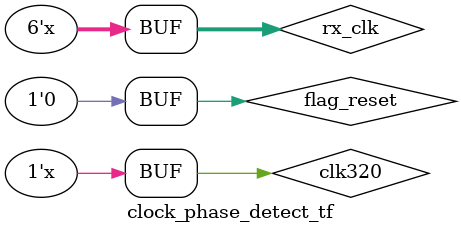
<source format=sv>
`timescale 1ps / 1ps

module clock_phase_detect_tf;

    reg [5:0] rx_clk = 6'h0;
    reg clk320 = 1'b0;
    wire [5:0] rx_clk_phase_drift;
    reg flag_reset;

    clock_sync_detect uut
    (
        .rx_clk      (rx_clk), // clocks from MPC RX, 80M
        .clk_320     (clk320), // fab clk * 8
        .phase_drift (rx_clk_phase_drift), // flags showing clock phase shift relative to fab clk
        .flag_reset  (flag_reset)// error flag resets
    );

    always 
    begin
        #6250 rx_clk[5:2] = ~rx_clk[5:2];
    end

    always 
    begin
        #6200 rx_clk[0] = ~rx_clk[0];
    end

    always 
    begin
        #6300 rx_clk[1] = ~rx_clk[1];
    end

    always 
    begin
        #1562.5 clk320 = ~clk320;
    end

    initial
    begin
        flag_reset = 0;
        #10000
        flag_reset = 1;
        #10000
        flag_reset = 0;
        
        # 500000
        flag_reset = 1;
        #10000
        flag_reset = 0;
        
        #(5000000-530000)
        flag_reset = 1;
        #10000
        flag_reset = 0;
    end


endmodule


</source>
